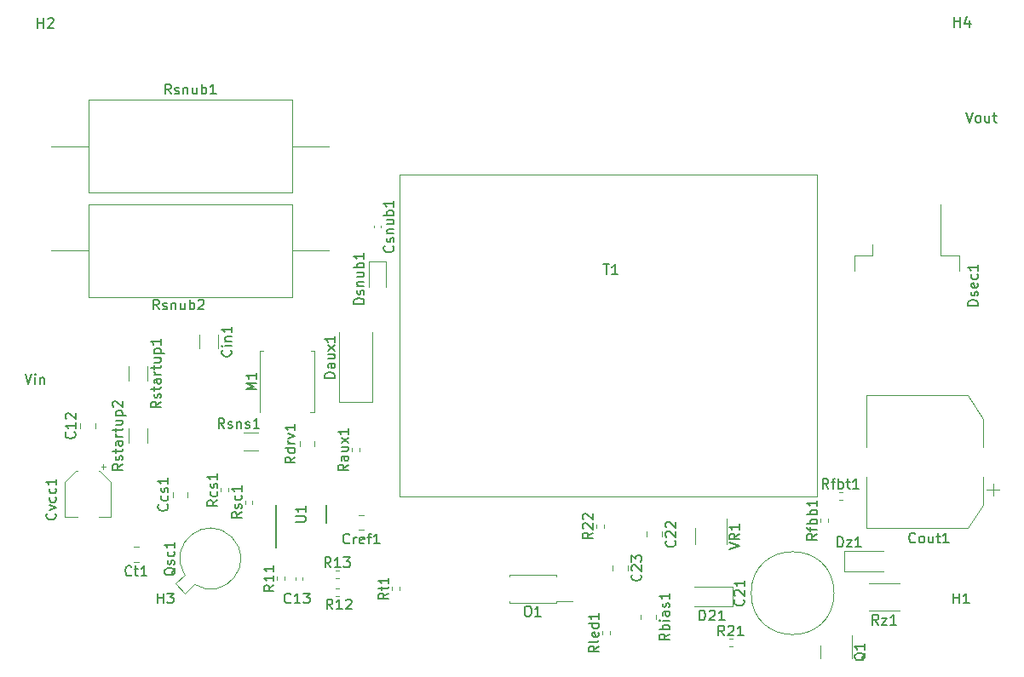
<source format=gbr>
%TF.GenerationSoftware,KiCad,Pcbnew,(6.0.9)*%
%TF.CreationDate,2023-06-16T09:03:50+03:00*%
%TF.ProjectId,pcb-design,7063622d-6465-4736-9967-6e2e6b696361,rev?*%
%TF.SameCoordinates,Original*%
%TF.FileFunction,Legend,Top*%
%TF.FilePolarity,Positive*%
%FSLAX46Y46*%
G04 Gerber Fmt 4.6, Leading zero omitted, Abs format (unit mm)*
G04 Created by KiCad (PCBNEW (6.0.9)) date 2023-06-16 09:03:50*
%MOMM*%
%LPD*%
G01*
G04 APERTURE LIST*
%ADD10C,0.150000*%
%ADD11C,0.120000*%
%ADD12C,0.200000*%
G04 APERTURE END LIST*
D10*
X68976190Y-83452380D02*
X69309523Y-84452380D01*
X69642857Y-83452380D01*
X69976190Y-84452380D02*
X69976190Y-83785714D01*
X69976190Y-83452380D02*
X69928571Y-83500000D01*
X69976190Y-83547619D01*
X70023809Y-83500000D01*
X69976190Y-83452380D01*
X69976190Y-83547619D01*
X70452380Y-83785714D02*
X70452380Y-84452380D01*
X70452380Y-83880952D02*
X70500000Y-83833333D01*
X70595238Y-83785714D01*
X70738095Y-83785714D01*
X70833333Y-83833333D01*
X70880952Y-83928571D01*
X70880952Y-84452380D01*
X162476190Y-57452380D02*
X162809523Y-58452380D01*
X163142857Y-57452380D01*
X163619047Y-58452380D02*
X163523809Y-58404761D01*
X163476190Y-58357142D01*
X163428571Y-58261904D01*
X163428571Y-57976190D01*
X163476190Y-57880952D01*
X163523809Y-57833333D01*
X163619047Y-57785714D01*
X163761904Y-57785714D01*
X163857142Y-57833333D01*
X163904761Y-57880952D01*
X163952380Y-57976190D01*
X163952380Y-58261904D01*
X163904761Y-58357142D01*
X163857142Y-58404761D01*
X163761904Y-58452380D01*
X163619047Y-58452380D01*
X164809523Y-57785714D02*
X164809523Y-58452380D01*
X164380952Y-57785714D02*
X164380952Y-58309523D01*
X164428571Y-58404761D01*
X164523809Y-58452380D01*
X164666666Y-58452380D01*
X164761904Y-58404761D01*
X164809523Y-58357142D01*
X165142857Y-57785714D02*
X165523809Y-57785714D01*
X165285714Y-57452380D02*
X165285714Y-58309523D01*
X165333333Y-58404761D01*
X165428571Y-58452380D01*
X165523809Y-58452380D01*
%TO.C,R13*%
X99352142Y-102682380D02*
X99018809Y-102206190D01*
X98780714Y-102682380D02*
X98780714Y-101682380D01*
X99161666Y-101682380D01*
X99256904Y-101730000D01*
X99304523Y-101777619D01*
X99352142Y-101872857D01*
X99352142Y-102015714D01*
X99304523Y-102110952D01*
X99256904Y-102158571D01*
X99161666Y-102206190D01*
X98780714Y-102206190D01*
X100304523Y-102682380D02*
X99733095Y-102682380D01*
X100018809Y-102682380D02*
X100018809Y-101682380D01*
X99923571Y-101825238D01*
X99828333Y-101920476D01*
X99733095Y-101968095D01*
X100637857Y-101682380D02*
X101256904Y-101682380D01*
X100923571Y-102063333D01*
X101066428Y-102063333D01*
X101161666Y-102110952D01*
X101209285Y-102158571D01*
X101256904Y-102253809D01*
X101256904Y-102491904D01*
X101209285Y-102587142D01*
X101161666Y-102634761D01*
X101066428Y-102682380D01*
X100780714Y-102682380D01*
X100685476Y-102634761D01*
X100637857Y-102587142D01*
%TO.C,Daux1*%
X99752380Y-83847619D02*
X98752380Y-83847619D01*
X98752380Y-83609523D01*
X98800000Y-83466666D01*
X98895238Y-83371428D01*
X98990476Y-83323809D01*
X99180952Y-83276190D01*
X99323809Y-83276190D01*
X99514285Y-83323809D01*
X99609523Y-83371428D01*
X99704761Y-83466666D01*
X99752380Y-83609523D01*
X99752380Y-83847619D01*
X99752380Y-82419047D02*
X99228571Y-82419047D01*
X99133333Y-82466666D01*
X99085714Y-82561904D01*
X99085714Y-82752380D01*
X99133333Y-82847619D01*
X99704761Y-82419047D02*
X99752380Y-82514285D01*
X99752380Y-82752380D01*
X99704761Y-82847619D01*
X99609523Y-82895238D01*
X99514285Y-82895238D01*
X99419047Y-82847619D01*
X99371428Y-82752380D01*
X99371428Y-82514285D01*
X99323809Y-82419047D01*
X99085714Y-81514285D02*
X99752380Y-81514285D01*
X99085714Y-81942857D02*
X99609523Y-81942857D01*
X99704761Y-81895238D01*
X99752380Y-81800000D01*
X99752380Y-81657142D01*
X99704761Y-81561904D01*
X99657142Y-81514285D01*
X99752380Y-81133333D02*
X99085714Y-80609523D01*
X99085714Y-81133333D02*
X99752380Y-80609523D01*
X99752380Y-79704761D02*
X99752380Y-80276190D01*
X99752380Y-79990476D02*
X98752380Y-79990476D01*
X98895238Y-80085714D01*
X98990476Y-80180952D01*
X99038095Y-80276190D01*
%TO.C,Rcs1*%
X88082380Y-96000000D02*
X87606190Y-96333333D01*
X88082380Y-96571428D02*
X87082380Y-96571428D01*
X87082380Y-96190476D01*
X87130000Y-96095238D01*
X87177619Y-96047619D01*
X87272857Y-96000000D01*
X87415714Y-96000000D01*
X87510952Y-96047619D01*
X87558571Y-96095238D01*
X87606190Y-96190476D01*
X87606190Y-96571428D01*
X88034761Y-95142857D02*
X88082380Y-95238095D01*
X88082380Y-95428571D01*
X88034761Y-95523809D01*
X87987142Y-95571428D01*
X87891904Y-95619047D01*
X87606190Y-95619047D01*
X87510952Y-95571428D01*
X87463333Y-95523809D01*
X87415714Y-95428571D01*
X87415714Y-95238095D01*
X87463333Y-95142857D01*
X88034761Y-94761904D02*
X88082380Y-94666666D01*
X88082380Y-94476190D01*
X88034761Y-94380952D01*
X87939523Y-94333333D01*
X87891904Y-94333333D01*
X87796666Y-94380952D01*
X87749047Y-94476190D01*
X87749047Y-94619047D01*
X87701428Y-94714285D01*
X87606190Y-94761904D01*
X87558571Y-94761904D01*
X87463333Y-94714285D01*
X87415714Y-94619047D01*
X87415714Y-94476190D01*
X87463333Y-94380952D01*
X88082380Y-93380952D02*
X88082380Y-93952380D01*
X88082380Y-93666666D02*
X87082380Y-93666666D01*
X87225238Y-93761904D01*
X87320476Y-93857142D01*
X87368095Y-93952380D01*
%TO.C,Rt1*%
X105082380Y-105252380D02*
X104606190Y-105585714D01*
X105082380Y-105823809D02*
X104082380Y-105823809D01*
X104082380Y-105442857D01*
X104130000Y-105347619D01*
X104177619Y-105300000D01*
X104272857Y-105252380D01*
X104415714Y-105252380D01*
X104510952Y-105300000D01*
X104558571Y-105347619D01*
X104606190Y-105442857D01*
X104606190Y-105823809D01*
X104415714Y-104966666D02*
X104415714Y-104585714D01*
X104082380Y-104823809D02*
X104939523Y-104823809D01*
X105034761Y-104776190D01*
X105082380Y-104680952D01*
X105082380Y-104585714D01*
X105082380Y-103728571D02*
X105082380Y-104300000D01*
X105082380Y-104014285D02*
X104082380Y-104014285D01*
X104225238Y-104109523D01*
X104320476Y-104204761D01*
X104368095Y-104300000D01*
%TO.C,Dsnub1*%
X102652380Y-76500000D02*
X101652380Y-76500000D01*
X101652380Y-76261904D01*
X101700000Y-76119047D01*
X101795238Y-76023809D01*
X101890476Y-75976190D01*
X102080952Y-75928571D01*
X102223809Y-75928571D01*
X102414285Y-75976190D01*
X102509523Y-76023809D01*
X102604761Y-76119047D01*
X102652380Y-76261904D01*
X102652380Y-76500000D01*
X102604761Y-75547619D02*
X102652380Y-75452380D01*
X102652380Y-75261904D01*
X102604761Y-75166666D01*
X102509523Y-75119047D01*
X102461904Y-75119047D01*
X102366666Y-75166666D01*
X102319047Y-75261904D01*
X102319047Y-75404761D01*
X102271428Y-75500000D01*
X102176190Y-75547619D01*
X102128571Y-75547619D01*
X102033333Y-75500000D01*
X101985714Y-75404761D01*
X101985714Y-75261904D01*
X102033333Y-75166666D01*
X101985714Y-74690476D02*
X102652380Y-74690476D01*
X102080952Y-74690476D02*
X102033333Y-74642857D01*
X101985714Y-74547619D01*
X101985714Y-74404761D01*
X102033333Y-74309523D01*
X102128571Y-74261904D01*
X102652380Y-74261904D01*
X101985714Y-73357142D02*
X102652380Y-73357142D01*
X101985714Y-73785714D02*
X102509523Y-73785714D01*
X102604761Y-73738095D01*
X102652380Y-73642857D01*
X102652380Y-73500000D01*
X102604761Y-73404761D01*
X102557142Y-73357142D01*
X102652380Y-72880952D02*
X101652380Y-72880952D01*
X102033333Y-72880952D02*
X101985714Y-72785714D01*
X101985714Y-72595238D01*
X102033333Y-72500000D01*
X102080952Y-72452380D01*
X102176190Y-72404761D01*
X102461904Y-72404761D01*
X102557142Y-72452380D01*
X102604761Y-72500000D01*
X102652380Y-72595238D01*
X102652380Y-72785714D01*
X102604761Y-72880952D01*
X102652380Y-71452380D02*
X102652380Y-72023809D01*
X102652380Y-71738095D02*
X101652380Y-71738095D01*
X101795238Y-71833333D01*
X101890476Y-71928571D01*
X101938095Y-72023809D01*
%TO.C,R21*%
X138457142Y-109482380D02*
X138123809Y-109006190D01*
X137885714Y-109482380D02*
X137885714Y-108482380D01*
X138266666Y-108482380D01*
X138361904Y-108530000D01*
X138409523Y-108577619D01*
X138457142Y-108672857D01*
X138457142Y-108815714D01*
X138409523Y-108910952D01*
X138361904Y-108958571D01*
X138266666Y-109006190D01*
X137885714Y-109006190D01*
X138838095Y-108577619D02*
X138885714Y-108530000D01*
X138980952Y-108482380D01*
X139219047Y-108482380D01*
X139314285Y-108530000D01*
X139361904Y-108577619D01*
X139409523Y-108672857D01*
X139409523Y-108768095D01*
X139361904Y-108910952D01*
X138790476Y-109482380D01*
X139409523Y-109482380D01*
X140361904Y-109482380D02*
X139790476Y-109482380D01*
X140076190Y-109482380D02*
X140076190Y-108482380D01*
X139980952Y-108625238D01*
X139885714Y-108720476D01*
X139790476Y-108768095D01*
%TO.C,Cref1*%
X101209523Y-100237142D02*
X101161904Y-100284761D01*
X101019047Y-100332380D01*
X100923809Y-100332380D01*
X100780952Y-100284761D01*
X100685714Y-100189523D01*
X100638095Y-100094285D01*
X100590476Y-99903809D01*
X100590476Y-99760952D01*
X100638095Y-99570476D01*
X100685714Y-99475238D01*
X100780952Y-99380000D01*
X100923809Y-99332380D01*
X101019047Y-99332380D01*
X101161904Y-99380000D01*
X101209523Y-99427619D01*
X101638095Y-100332380D02*
X101638095Y-99665714D01*
X101638095Y-99856190D02*
X101685714Y-99760952D01*
X101733333Y-99713333D01*
X101828571Y-99665714D01*
X101923809Y-99665714D01*
X102638095Y-100284761D02*
X102542857Y-100332380D01*
X102352380Y-100332380D01*
X102257142Y-100284761D01*
X102209523Y-100189523D01*
X102209523Y-99808571D01*
X102257142Y-99713333D01*
X102352380Y-99665714D01*
X102542857Y-99665714D01*
X102638095Y-99713333D01*
X102685714Y-99808571D01*
X102685714Y-99903809D01*
X102209523Y-99999047D01*
X102971428Y-99665714D02*
X103352380Y-99665714D01*
X103114285Y-100332380D02*
X103114285Y-99475238D01*
X103161904Y-99380000D01*
X103257142Y-99332380D01*
X103352380Y-99332380D01*
X104209523Y-100332380D02*
X103638095Y-100332380D01*
X103923809Y-100332380D02*
X103923809Y-99332380D01*
X103828571Y-99475238D01*
X103733333Y-99570476D01*
X103638095Y-99618095D01*
%TO.C,Cvcc1*%
X71957142Y-97336979D02*
X72004761Y-97384598D01*
X72052380Y-97527456D01*
X72052380Y-97622694D01*
X72004761Y-97765551D01*
X71909523Y-97860789D01*
X71814285Y-97908408D01*
X71623809Y-97956027D01*
X71480952Y-97956027D01*
X71290476Y-97908408D01*
X71195238Y-97860789D01*
X71100000Y-97765551D01*
X71052380Y-97622694D01*
X71052380Y-97527456D01*
X71100000Y-97384598D01*
X71147619Y-97336979D01*
X71385714Y-97003646D02*
X72052380Y-96765551D01*
X71385714Y-96527456D01*
X72004761Y-95717932D02*
X72052380Y-95813170D01*
X72052380Y-96003646D01*
X72004761Y-96098884D01*
X71957142Y-96146503D01*
X71861904Y-96194122D01*
X71576190Y-96194122D01*
X71480952Y-96146503D01*
X71433333Y-96098884D01*
X71385714Y-96003646D01*
X71385714Y-95813170D01*
X71433333Y-95717932D01*
X72004761Y-94860789D02*
X72052380Y-94956027D01*
X72052380Y-95146503D01*
X72004761Y-95241741D01*
X71957142Y-95289360D01*
X71861904Y-95336979D01*
X71576190Y-95336979D01*
X71480952Y-95289360D01*
X71433333Y-95241741D01*
X71385714Y-95146503D01*
X71385714Y-94956027D01*
X71433333Y-94860789D01*
X72052380Y-93908408D02*
X72052380Y-94479837D01*
X72052380Y-94194122D02*
X71052380Y-94194122D01*
X71195238Y-94289360D01*
X71290476Y-94384598D01*
X71338095Y-94479837D01*
%TO.C,Rled1*%
X125982380Y-110509523D02*
X125506190Y-110842857D01*
X125982380Y-111080952D02*
X124982380Y-111080952D01*
X124982380Y-110700000D01*
X125030000Y-110604761D01*
X125077619Y-110557142D01*
X125172857Y-110509523D01*
X125315714Y-110509523D01*
X125410952Y-110557142D01*
X125458571Y-110604761D01*
X125506190Y-110700000D01*
X125506190Y-111080952D01*
X125982380Y-109938095D02*
X125934761Y-110033333D01*
X125839523Y-110080952D01*
X124982380Y-110080952D01*
X125934761Y-109176190D02*
X125982380Y-109271428D01*
X125982380Y-109461904D01*
X125934761Y-109557142D01*
X125839523Y-109604761D01*
X125458571Y-109604761D01*
X125363333Y-109557142D01*
X125315714Y-109461904D01*
X125315714Y-109271428D01*
X125363333Y-109176190D01*
X125458571Y-109128571D01*
X125553809Y-109128571D01*
X125649047Y-109604761D01*
X125982380Y-108271428D02*
X124982380Y-108271428D01*
X125934761Y-108271428D02*
X125982380Y-108366666D01*
X125982380Y-108557142D01*
X125934761Y-108652380D01*
X125887142Y-108700000D01*
X125791904Y-108747619D01*
X125506190Y-108747619D01*
X125410952Y-108700000D01*
X125363333Y-108652380D01*
X125315714Y-108557142D01*
X125315714Y-108366666D01*
X125363333Y-108271428D01*
X125982380Y-107271428D02*
X125982380Y-107842857D01*
X125982380Y-107557142D02*
X124982380Y-107557142D01*
X125125238Y-107652380D01*
X125220476Y-107747619D01*
X125268095Y-107842857D01*
%TO.C,Rsnub1*%
X83466428Y-55632380D02*
X83133095Y-55156190D01*
X82895000Y-55632380D02*
X82895000Y-54632380D01*
X83275952Y-54632380D01*
X83371190Y-54680000D01*
X83418809Y-54727619D01*
X83466428Y-54822857D01*
X83466428Y-54965714D01*
X83418809Y-55060952D01*
X83371190Y-55108571D01*
X83275952Y-55156190D01*
X82895000Y-55156190D01*
X83847380Y-55584761D02*
X83942619Y-55632380D01*
X84133095Y-55632380D01*
X84228333Y-55584761D01*
X84275952Y-55489523D01*
X84275952Y-55441904D01*
X84228333Y-55346666D01*
X84133095Y-55299047D01*
X83990238Y-55299047D01*
X83895000Y-55251428D01*
X83847380Y-55156190D01*
X83847380Y-55108571D01*
X83895000Y-55013333D01*
X83990238Y-54965714D01*
X84133095Y-54965714D01*
X84228333Y-55013333D01*
X84704523Y-54965714D02*
X84704523Y-55632380D01*
X84704523Y-55060952D02*
X84752142Y-55013333D01*
X84847380Y-54965714D01*
X84990238Y-54965714D01*
X85085476Y-55013333D01*
X85133095Y-55108571D01*
X85133095Y-55632380D01*
X86037857Y-54965714D02*
X86037857Y-55632380D01*
X85609285Y-54965714D02*
X85609285Y-55489523D01*
X85656904Y-55584761D01*
X85752142Y-55632380D01*
X85895000Y-55632380D01*
X85990238Y-55584761D01*
X86037857Y-55537142D01*
X86514047Y-55632380D02*
X86514047Y-54632380D01*
X86514047Y-55013333D02*
X86609285Y-54965714D01*
X86799761Y-54965714D01*
X86895000Y-55013333D01*
X86942619Y-55060952D01*
X86990238Y-55156190D01*
X86990238Y-55441904D01*
X86942619Y-55537142D01*
X86895000Y-55584761D01*
X86799761Y-55632380D01*
X86609285Y-55632380D01*
X86514047Y-55584761D01*
X87942619Y-55632380D02*
X87371190Y-55632380D01*
X87656904Y-55632380D02*
X87656904Y-54632380D01*
X87561666Y-54775238D01*
X87466428Y-54870476D01*
X87371190Y-54918095D01*
%TO.C,Rstartup1*%
X82472380Y-86209523D02*
X81996190Y-86542857D01*
X82472380Y-86780952D02*
X81472380Y-86780952D01*
X81472380Y-86400000D01*
X81520000Y-86304761D01*
X81567619Y-86257142D01*
X81662857Y-86209523D01*
X81805714Y-86209523D01*
X81900952Y-86257142D01*
X81948571Y-86304761D01*
X81996190Y-86400000D01*
X81996190Y-86780952D01*
X82424761Y-85828571D02*
X82472380Y-85733333D01*
X82472380Y-85542857D01*
X82424761Y-85447619D01*
X82329523Y-85400000D01*
X82281904Y-85400000D01*
X82186666Y-85447619D01*
X82139047Y-85542857D01*
X82139047Y-85685714D01*
X82091428Y-85780952D01*
X81996190Y-85828571D01*
X81948571Y-85828571D01*
X81853333Y-85780952D01*
X81805714Y-85685714D01*
X81805714Y-85542857D01*
X81853333Y-85447619D01*
X81805714Y-85114285D02*
X81805714Y-84733333D01*
X81472380Y-84971428D02*
X82329523Y-84971428D01*
X82424761Y-84923809D01*
X82472380Y-84828571D01*
X82472380Y-84733333D01*
X82472380Y-83971428D02*
X81948571Y-83971428D01*
X81853333Y-84019047D01*
X81805714Y-84114285D01*
X81805714Y-84304761D01*
X81853333Y-84400000D01*
X82424761Y-83971428D02*
X82472380Y-84066666D01*
X82472380Y-84304761D01*
X82424761Y-84400000D01*
X82329523Y-84447619D01*
X82234285Y-84447619D01*
X82139047Y-84400000D01*
X82091428Y-84304761D01*
X82091428Y-84066666D01*
X82043809Y-83971428D01*
X82472380Y-83495238D02*
X81805714Y-83495238D01*
X81996190Y-83495238D02*
X81900952Y-83447619D01*
X81853333Y-83400000D01*
X81805714Y-83304761D01*
X81805714Y-83209523D01*
X81805714Y-83019047D02*
X81805714Y-82638095D01*
X81472380Y-82876190D02*
X82329523Y-82876190D01*
X82424761Y-82828571D01*
X82472380Y-82733333D01*
X82472380Y-82638095D01*
X81805714Y-81876190D02*
X82472380Y-81876190D01*
X81805714Y-82304761D02*
X82329523Y-82304761D01*
X82424761Y-82257142D01*
X82472380Y-82161904D01*
X82472380Y-82019047D01*
X82424761Y-81923809D01*
X82377142Y-81876190D01*
X81805714Y-81400000D02*
X82805714Y-81400000D01*
X81853333Y-81400000D02*
X81805714Y-81304761D01*
X81805714Y-81114285D01*
X81853333Y-81019047D01*
X81900952Y-80971428D01*
X81996190Y-80923809D01*
X82281904Y-80923809D01*
X82377142Y-80971428D01*
X82424761Y-81019047D01*
X82472380Y-81114285D01*
X82472380Y-81304761D01*
X82424761Y-81400000D01*
X82472380Y-79971428D02*
X82472380Y-80542857D01*
X82472380Y-80257142D02*
X81472380Y-80257142D01*
X81615238Y-80352380D01*
X81710476Y-80447619D01*
X81758095Y-80542857D01*
%TO.C,C23*%
X130137142Y-103405357D02*
X130184761Y-103452976D01*
X130232380Y-103595833D01*
X130232380Y-103691071D01*
X130184761Y-103833928D01*
X130089523Y-103929166D01*
X129994285Y-103976785D01*
X129803809Y-104024404D01*
X129660952Y-104024404D01*
X129470476Y-103976785D01*
X129375238Y-103929166D01*
X129280000Y-103833928D01*
X129232380Y-103691071D01*
X129232380Y-103595833D01*
X129280000Y-103452976D01*
X129327619Y-103405357D01*
X129327619Y-103024404D02*
X129280000Y-102976785D01*
X129232380Y-102881547D01*
X129232380Y-102643452D01*
X129280000Y-102548214D01*
X129327619Y-102500595D01*
X129422857Y-102452976D01*
X129518095Y-102452976D01*
X129660952Y-102500595D01*
X130232380Y-103072023D01*
X130232380Y-102452976D01*
X129232380Y-102119642D02*
X129232380Y-101500595D01*
X129613333Y-101833928D01*
X129613333Y-101691071D01*
X129660952Y-101595833D01*
X129708571Y-101548214D01*
X129803809Y-101500595D01*
X130041904Y-101500595D01*
X130137142Y-101548214D01*
X130184761Y-101595833D01*
X130232380Y-101691071D01*
X130232380Y-101976785D01*
X130184761Y-102072023D01*
X130137142Y-102119642D01*
%TO.C,Rsns1*%
X88771428Y-88852380D02*
X88438095Y-88376190D01*
X88200000Y-88852380D02*
X88200000Y-87852380D01*
X88580952Y-87852380D01*
X88676190Y-87900000D01*
X88723809Y-87947619D01*
X88771428Y-88042857D01*
X88771428Y-88185714D01*
X88723809Y-88280952D01*
X88676190Y-88328571D01*
X88580952Y-88376190D01*
X88200000Y-88376190D01*
X89152380Y-88804761D02*
X89247619Y-88852380D01*
X89438095Y-88852380D01*
X89533333Y-88804761D01*
X89580952Y-88709523D01*
X89580952Y-88661904D01*
X89533333Y-88566666D01*
X89438095Y-88519047D01*
X89295238Y-88519047D01*
X89200000Y-88471428D01*
X89152380Y-88376190D01*
X89152380Y-88328571D01*
X89200000Y-88233333D01*
X89295238Y-88185714D01*
X89438095Y-88185714D01*
X89533333Y-88233333D01*
X90009523Y-88185714D02*
X90009523Y-88852380D01*
X90009523Y-88280952D02*
X90057142Y-88233333D01*
X90152380Y-88185714D01*
X90295238Y-88185714D01*
X90390476Y-88233333D01*
X90438095Y-88328571D01*
X90438095Y-88852380D01*
X90866666Y-88804761D02*
X90961904Y-88852380D01*
X91152380Y-88852380D01*
X91247619Y-88804761D01*
X91295238Y-88709523D01*
X91295238Y-88661904D01*
X91247619Y-88566666D01*
X91152380Y-88519047D01*
X91009523Y-88519047D01*
X90914285Y-88471428D01*
X90866666Y-88376190D01*
X90866666Y-88328571D01*
X90914285Y-88233333D01*
X91009523Y-88185714D01*
X91152380Y-88185714D01*
X91247619Y-88233333D01*
X92247619Y-88852380D02*
X91676190Y-88852380D01*
X91961904Y-88852380D02*
X91961904Y-87852380D01*
X91866666Y-87995238D01*
X91771428Y-88090476D01*
X91676190Y-88138095D01*
%TO.C,C21*%
X140357142Y-105892857D02*
X140404761Y-105940476D01*
X140452380Y-106083333D01*
X140452380Y-106178571D01*
X140404761Y-106321428D01*
X140309523Y-106416666D01*
X140214285Y-106464285D01*
X140023809Y-106511904D01*
X139880952Y-106511904D01*
X139690476Y-106464285D01*
X139595238Y-106416666D01*
X139500000Y-106321428D01*
X139452380Y-106178571D01*
X139452380Y-106083333D01*
X139500000Y-105940476D01*
X139547619Y-105892857D01*
X139547619Y-105511904D02*
X139500000Y-105464285D01*
X139452380Y-105369047D01*
X139452380Y-105130952D01*
X139500000Y-105035714D01*
X139547619Y-104988095D01*
X139642857Y-104940476D01*
X139738095Y-104940476D01*
X139880952Y-104988095D01*
X140452380Y-105559523D01*
X140452380Y-104940476D01*
X140452380Y-103988095D02*
X140452380Y-104559523D01*
X140452380Y-104273809D02*
X139452380Y-104273809D01*
X139595238Y-104369047D01*
X139690476Y-104464285D01*
X139738095Y-104559523D01*
%TO.C,Rbias1*%
X133002380Y-109314285D02*
X132526190Y-109647619D01*
X133002380Y-109885714D02*
X132002380Y-109885714D01*
X132002380Y-109504761D01*
X132050000Y-109409523D01*
X132097619Y-109361904D01*
X132192857Y-109314285D01*
X132335714Y-109314285D01*
X132430952Y-109361904D01*
X132478571Y-109409523D01*
X132526190Y-109504761D01*
X132526190Y-109885714D01*
X133002380Y-108885714D02*
X132002380Y-108885714D01*
X132383333Y-108885714D02*
X132335714Y-108790476D01*
X132335714Y-108600000D01*
X132383333Y-108504761D01*
X132430952Y-108457142D01*
X132526190Y-108409523D01*
X132811904Y-108409523D01*
X132907142Y-108457142D01*
X132954761Y-108504761D01*
X133002380Y-108600000D01*
X133002380Y-108790476D01*
X132954761Y-108885714D01*
X133002380Y-107980952D02*
X132335714Y-107980952D01*
X132002380Y-107980952D02*
X132050000Y-108028571D01*
X132097619Y-107980952D01*
X132050000Y-107933333D01*
X132002380Y-107980952D01*
X132097619Y-107980952D01*
X133002380Y-107076190D02*
X132478571Y-107076190D01*
X132383333Y-107123809D01*
X132335714Y-107219047D01*
X132335714Y-107409523D01*
X132383333Y-107504761D01*
X132954761Y-107076190D02*
X133002380Y-107171428D01*
X133002380Y-107409523D01*
X132954761Y-107504761D01*
X132859523Y-107552380D01*
X132764285Y-107552380D01*
X132669047Y-107504761D01*
X132621428Y-107409523D01*
X132621428Y-107171428D01*
X132573809Y-107076190D01*
X132954761Y-106647619D02*
X133002380Y-106552380D01*
X133002380Y-106361904D01*
X132954761Y-106266666D01*
X132859523Y-106219047D01*
X132811904Y-106219047D01*
X132716666Y-106266666D01*
X132669047Y-106361904D01*
X132669047Y-106504761D01*
X132621428Y-106600000D01*
X132526190Y-106647619D01*
X132478571Y-106647619D01*
X132383333Y-106600000D01*
X132335714Y-106504761D01*
X132335714Y-106361904D01*
X132383333Y-106266666D01*
X133002380Y-105266666D02*
X133002380Y-105838095D01*
X133002380Y-105552380D02*
X132002380Y-105552380D01*
X132145238Y-105647619D01*
X132240476Y-105742857D01*
X132288095Y-105838095D01*
%TO.C,U1*%
X95852380Y-98161904D02*
X96661904Y-98161904D01*
X96757142Y-98114285D01*
X96804761Y-98066666D01*
X96852380Y-97971428D01*
X96852380Y-97780952D01*
X96804761Y-97685714D01*
X96757142Y-97638095D01*
X96661904Y-97590476D01*
X95852380Y-97590476D01*
X96852380Y-96590476D02*
X96852380Y-97161904D01*
X96852380Y-96876190D02*
X95852380Y-96876190D01*
X95995238Y-96971428D01*
X96090476Y-97066666D01*
X96138095Y-97161904D01*
%TO.C,D21*%
X136012714Y-107957380D02*
X136012714Y-106957380D01*
X136250809Y-106957380D01*
X136393666Y-107005000D01*
X136488904Y-107100238D01*
X136536523Y-107195476D01*
X136584142Y-107385952D01*
X136584142Y-107528809D01*
X136536523Y-107719285D01*
X136488904Y-107814523D01*
X136393666Y-107909761D01*
X136250809Y-107957380D01*
X136012714Y-107957380D01*
X136965095Y-107052619D02*
X137012714Y-107005000D01*
X137107952Y-106957380D01*
X137346047Y-106957380D01*
X137441285Y-107005000D01*
X137488904Y-107052619D01*
X137536523Y-107147857D01*
X137536523Y-107243095D01*
X137488904Y-107385952D01*
X136917476Y-107957380D01*
X137536523Y-107957380D01*
X138488904Y-107957380D02*
X137917476Y-107957380D01*
X138203190Y-107957380D02*
X138203190Y-106957380D01*
X138107952Y-107100238D01*
X138012714Y-107195476D01*
X137917476Y-107243095D01*
%TO.C,Q1*%
X152497619Y-111195238D02*
X152450000Y-111290476D01*
X152354761Y-111385714D01*
X152211904Y-111528571D01*
X152164285Y-111623809D01*
X152164285Y-111719047D01*
X152402380Y-111671428D02*
X152354761Y-111766666D01*
X152259523Y-111861904D01*
X152069047Y-111909523D01*
X151735714Y-111909523D01*
X151545238Y-111861904D01*
X151450000Y-111766666D01*
X151402380Y-111671428D01*
X151402380Y-111480952D01*
X151450000Y-111385714D01*
X151545238Y-111290476D01*
X151735714Y-111242857D01*
X152069047Y-111242857D01*
X152259523Y-111290476D01*
X152354761Y-111385714D01*
X152402380Y-111480952D01*
X152402380Y-111671428D01*
X152402380Y-110290476D02*
X152402380Y-110861904D01*
X152402380Y-110576190D02*
X151402380Y-110576190D01*
X151545238Y-110671428D01*
X151640476Y-110766666D01*
X151688095Y-110861904D01*
%TO.C,R11*%
X93682380Y-104442857D02*
X93206190Y-104776190D01*
X93682380Y-105014285D02*
X92682380Y-105014285D01*
X92682380Y-104633333D01*
X92730000Y-104538095D01*
X92777619Y-104490476D01*
X92872857Y-104442857D01*
X93015714Y-104442857D01*
X93110952Y-104490476D01*
X93158571Y-104538095D01*
X93206190Y-104633333D01*
X93206190Y-105014285D01*
X93682380Y-103490476D02*
X93682380Y-104061904D01*
X93682380Y-103776190D02*
X92682380Y-103776190D01*
X92825238Y-103871428D01*
X92920476Y-103966666D01*
X92968095Y-104061904D01*
X93682380Y-102538095D02*
X93682380Y-103109523D01*
X93682380Y-102823809D02*
X92682380Y-102823809D01*
X92825238Y-102919047D01*
X92920476Y-103014285D01*
X92968095Y-103109523D01*
%TO.C,H2*%
X70238095Y-49052380D02*
X70238095Y-48052380D01*
X70238095Y-48528571D02*
X70809523Y-48528571D01*
X70809523Y-49052380D02*
X70809523Y-48052380D01*
X71238095Y-48147619D02*
X71285714Y-48100000D01*
X71380952Y-48052380D01*
X71619047Y-48052380D01*
X71714285Y-48100000D01*
X71761904Y-48147619D01*
X71809523Y-48242857D01*
X71809523Y-48338095D01*
X71761904Y-48480952D01*
X71190476Y-49052380D01*
X71809523Y-49052380D01*
%TO.C,T1*%
X126438095Y-72552380D02*
X127009523Y-72552380D01*
X126723809Y-73552380D02*
X126723809Y-72552380D01*
X127866666Y-73552380D02*
X127295238Y-73552380D01*
X127580952Y-73552380D02*
X127580952Y-72552380D01*
X127485714Y-72695238D01*
X127390476Y-72790476D01*
X127295238Y-72838095D01*
%TO.C,VR1*%
X138952380Y-100909523D02*
X139952380Y-100576190D01*
X138952380Y-100242857D01*
X139952380Y-99338095D02*
X139476190Y-99671428D01*
X139952380Y-99909523D02*
X138952380Y-99909523D01*
X138952380Y-99528571D01*
X139000000Y-99433333D01*
X139047619Y-99385714D01*
X139142857Y-99338095D01*
X139285714Y-99338095D01*
X139380952Y-99385714D01*
X139428571Y-99433333D01*
X139476190Y-99528571D01*
X139476190Y-99909523D01*
X139952380Y-98385714D02*
X139952380Y-98957142D01*
X139952380Y-98671428D02*
X138952380Y-98671428D01*
X139095238Y-98766666D01*
X139190476Y-98861904D01*
X139238095Y-98957142D01*
%TO.C,Rsnub2*%
X82271428Y-77052380D02*
X81938095Y-76576190D01*
X81700000Y-77052380D02*
X81700000Y-76052380D01*
X82080952Y-76052380D01*
X82176190Y-76100000D01*
X82223809Y-76147619D01*
X82271428Y-76242857D01*
X82271428Y-76385714D01*
X82223809Y-76480952D01*
X82176190Y-76528571D01*
X82080952Y-76576190D01*
X81700000Y-76576190D01*
X82652380Y-77004761D02*
X82747619Y-77052380D01*
X82938095Y-77052380D01*
X83033333Y-77004761D01*
X83080952Y-76909523D01*
X83080952Y-76861904D01*
X83033333Y-76766666D01*
X82938095Y-76719047D01*
X82795238Y-76719047D01*
X82700000Y-76671428D01*
X82652380Y-76576190D01*
X82652380Y-76528571D01*
X82700000Y-76433333D01*
X82795238Y-76385714D01*
X82938095Y-76385714D01*
X83033333Y-76433333D01*
X83509523Y-76385714D02*
X83509523Y-77052380D01*
X83509523Y-76480952D02*
X83557142Y-76433333D01*
X83652380Y-76385714D01*
X83795238Y-76385714D01*
X83890476Y-76433333D01*
X83938095Y-76528571D01*
X83938095Y-77052380D01*
X84842857Y-76385714D02*
X84842857Y-77052380D01*
X84414285Y-76385714D02*
X84414285Y-76909523D01*
X84461904Y-77004761D01*
X84557142Y-77052380D01*
X84700000Y-77052380D01*
X84795238Y-77004761D01*
X84842857Y-76957142D01*
X85319047Y-77052380D02*
X85319047Y-76052380D01*
X85319047Y-76433333D02*
X85414285Y-76385714D01*
X85604761Y-76385714D01*
X85700000Y-76433333D01*
X85747619Y-76480952D01*
X85795238Y-76576190D01*
X85795238Y-76861904D01*
X85747619Y-76957142D01*
X85700000Y-77004761D01*
X85604761Y-77052380D01*
X85414285Y-77052380D01*
X85319047Y-77004761D01*
X86176190Y-76147619D02*
X86223809Y-76100000D01*
X86319047Y-76052380D01*
X86557142Y-76052380D01*
X86652380Y-76100000D01*
X86700000Y-76147619D01*
X86747619Y-76242857D01*
X86747619Y-76338095D01*
X86700000Y-76480952D01*
X86128571Y-77052380D01*
X86747619Y-77052380D01*
%TO.C,H4*%
X161338095Y-48952380D02*
X161338095Y-47952380D01*
X161338095Y-48428571D02*
X161909523Y-48428571D01*
X161909523Y-48952380D02*
X161909523Y-47952380D01*
X162814285Y-48285714D02*
X162814285Y-48952380D01*
X162576190Y-47904761D02*
X162338095Y-48619047D01*
X162957142Y-48619047D01*
%TO.C,C12*%
X73877142Y-89242857D02*
X73924761Y-89290476D01*
X73972380Y-89433333D01*
X73972380Y-89528571D01*
X73924761Y-89671428D01*
X73829523Y-89766666D01*
X73734285Y-89814285D01*
X73543809Y-89861904D01*
X73400952Y-89861904D01*
X73210476Y-89814285D01*
X73115238Y-89766666D01*
X73020000Y-89671428D01*
X72972380Y-89528571D01*
X72972380Y-89433333D01*
X73020000Y-89290476D01*
X73067619Y-89242857D01*
X73972380Y-88290476D02*
X73972380Y-88861904D01*
X73972380Y-88576190D02*
X72972380Y-88576190D01*
X73115238Y-88671428D01*
X73210476Y-88766666D01*
X73258095Y-88861904D01*
X73067619Y-87909523D02*
X73020000Y-87861904D01*
X72972380Y-87766666D01*
X72972380Y-87528571D01*
X73020000Y-87433333D01*
X73067619Y-87385714D01*
X73162857Y-87338095D01*
X73258095Y-87338095D01*
X73400952Y-87385714D01*
X73972380Y-87957142D01*
X73972380Y-87338095D01*
%TO.C,C22*%
X133537142Y-100042857D02*
X133584761Y-100090476D01*
X133632380Y-100233333D01*
X133632380Y-100328571D01*
X133584761Y-100471428D01*
X133489523Y-100566666D01*
X133394285Y-100614285D01*
X133203809Y-100661904D01*
X133060952Y-100661904D01*
X132870476Y-100614285D01*
X132775238Y-100566666D01*
X132680000Y-100471428D01*
X132632380Y-100328571D01*
X132632380Y-100233333D01*
X132680000Y-100090476D01*
X132727619Y-100042857D01*
X132727619Y-99661904D02*
X132680000Y-99614285D01*
X132632380Y-99519047D01*
X132632380Y-99280952D01*
X132680000Y-99185714D01*
X132727619Y-99138095D01*
X132822857Y-99090476D01*
X132918095Y-99090476D01*
X133060952Y-99138095D01*
X133632380Y-99709523D01*
X133632380Y-99090476D01*
X132727619Y-98709523D02*
X132680000Y-98661904D01*
X132632380Y-98566666D01*
X132632380Y-98328571D01*
X132680000Y-98233333D01*
X132727619Y-98185714D01*
X132822857Y-98138095D01*
X132918095Y-98138095D01*
X133060952Y-98185714D01*
X133632380Y-98757142D01*
X133632380Y-98138095D01*
%TO.C,Cout1*%
X157442857Y-100157142D02*
X157395238Y-100204761D01*
X157252380Y-100252380D01*
X157157142Y-100252380D01*
X157014285Y-100204761D01*
X156919047Y-100109523D01*
X156871428Y-100014285D01*
X156823809Y-99823809D01*
X156823809Y-99680952D01*
X156871428Y-99490476D01*
X156919047Y-99395238D01*
X157014285Y-99300000D01*
X157157142Y-99252380D01*
X157252380Y-99252380D01*
X157395238Y-99300000D01*
X157442857Y-99347619D01*
X158014285Y-100252380D02*
X157919047Y-100204761D01*
X157871428Y-100157142D01*
X157823809Y-100061904D01*
X157823809Y-99776190D01*
X157871428Y-99680952D01*
X157919047Y-99633333D01*
X158014285Y-99585714D01*
X158157142Y-99585714D01*
X158252380Y-99633333D01*
X158300000Y-99680952D01*
X158347619Y-99776190D01*
X158347619Y-100061904D01*
X158300000Y-100157142D01*
X158252380Y-100204761D01*
X158157142Y-100252380D01*
X158014285Y-100252380D01*
X159204761Y-99585714D02*
X159204761Y-100252380D01*
X158776190Y-99585714D02*
X158776190Y-100109523D01*
X158823809Y-100204761D01*
X158919047Y-100252380D01*
X159061904Y-100252380D01*
X159157142Y-100204761D01*
X159204761Y-100157142D01*
X159538095Y-99585714D02*
X159919047Y-99585714D01*
X159680952Y-99252380D02*
X159680952Y-100109523D01*
X159728571Y-100204761D01*
X159823809Y-100252380D01*
X159919047Y-100252380D01*
X160776190Y-100252380D02*
X160204761Y-100252380D01*
X160490476Y-100252380D02*
X160490476Y-99252380D01*
X160395238Y-99395238D01*
X160300000Y-99490476D01*
X160204761Y-99538095D01*
%TO.C,H3*%
X82138095Y-106252380D02*
X82138095Y-105252380D01*
X82138095Y-105728571D02*
X82709523Y-105728571D01*
X82709523Y-106252380D02*
X82709523Y-105252380D01*
X83090476Y-105252380D02*
X83709523Y-105252380D01*
X83376190Y-105633333D01*
X83519047Y-105633333D01*
X83614285Y-105680952D01*
X83661904Y-105728571D01*
X83709523Y-105823809D01*
X83709523Y-106061904D01*
X83661904Y-106157142D01*
X83614285Y-106204761D01*
X83519047Y-106252380D01*
X83233333Y-106252380D01*
X83138095Y-106204761D01*
X83090476Y-106157142D01*
%TO.C,R22*%
X125382380Y-99242857D02*
X124906190Y-99576190D01*
X125382380Y-99814285D02*
X124382380Y-99814285D01*
X124382380Y-99433333D01*
X124430000Y-99338095D01*
X124477619Y-99290476D01*
X124572857Y-99242857D01*
X124715714Y-99242857D01*
X124810952Y-99290476D01*
X124858571Y-99338095D01*
X124906190Y-99433333D01*
X124906190Y-99814285D01*
X124477619Y-98861904D02*
X124430000Y-98814285D01*
X124382380Y-98719047D01*
X124382380Y-98480952D01*
X124430000Y-98385714D01*
X124477619Y-98338095D01*
X124572857Y-98290476D01*
X124668095Y-98290476D01*
X124810952Y-98338095D01*
X125382380Y-98909523D01*
X125382380Y-98290476D01*
X124477619Y-97909523D02*
X124430000Y-97861904D01*
X124382380Y-97766666D01*
X124382380Y-97528571D01*
X124430000Y-97433333D01*
X124477619Y-97385714D01*
X124572857Y-97338095D01*
X124668095Y-97338095D01*
X124810952Y-97385714D01*
X125382380Y-97957142D01*
X125382380Y-97338095D01*
%TO.C,Raux1*%
X101082380Y-92476190D02*
X100606190Y-92809523D01*
X101082380Y-93047619D02*
X100082380Y-93047619D01*
X100082380Y-92666666D01*
X100130000Y-92571428D01*
X100177619Y-92523809D01*
X100272857Y-92476190D01*
X100415714Y-92476190D01*
X100510952Y-92523809D01*
X100558571Y-92571428D01*
X100606190Y-92666666D01*
X100606190Y-93047619D01*
X101082380Y-91619047D02*
X100558571Y-91619047D01*
X100463333Y-91666666D01*
X100415714Y-91761904D01*
X100415714Y-91952380D01*
X100463333Y-92047619D01*
X101034761Y-91619047D02*
X101082380Y-91714285D01*
X101082380Y-91952380D01*
X101034761Y-92047619D01*
X100939523Y-92095238D01*
X100844285Y-92095238D01*
X100749047Y-92047619D01*
X100701428Y-91952380D01*
X100701428Y-91714285D01*
X100653809Y-91619047D01*
X100415714Y-90714285D02*
X101082380Y-90714285D01*
X100415714Y-91142857D02*
X100939523Y-91142857D01*
X101034761Y-91095238D01*
X101082380Y-91000000D01*
X101082380Y-90857142D01*
X101034761Y-90761904D01*
X100987142Y-90714285D01*
X101082380Y-90333333D02*
X100415714Y-89809523D01*
X100415714Y-90333333D02*
X101082380Y-89809523D01*
X101082380Y-88904761D02*
X101082380Y-89476190D01*
X101082380Y-89190476D02*
X100082380Y-89190476D01*
X100225238Y-89285714D01*
X100320476Y-89380952D01*
X100368095Y-89476190D01*
%TO.C,Qsc1*%
X83912344Y-102743847D02*
X83864725Y-102839085D01*
X83769486Y-102934323D01*
X83626629Y-103077180D01*
X83579010Y-103172418D01*
X83579010Y-103267656D01*
X83817105Y-103220037D02*
X83769486Y-103315276D01*
X83674248Y-103410514D01*
X83483772Y-103458133D01*
X83150439Y-103458133D01*
X82959963Y-103410514D01*
X82864725Y-103315276D01*
X82817105Y-103220037D01*
X82817105Y-103029561D01*
X82864725Y-102934323D01*
X82959963Y-102839085D01*
X83150439Y-102791466D01*
X83483772Y-102791466D01*
X83674248Y-102839085D01*
X83769486Y-102934323D01*
X83817105Y-103029561D01*
X83817105Y-103220037D01*
X83769486Y-102410514D02*
X83817105Y-102315276D01*
X83817105Y-102124799D01*
X83769486Y-102029561D01*
X83674248Y-101981942D01*
X83626629Y-101981942D01*
X83531391Y-102029561D01*
X83483772Y-102124799D01*
X83483772Y-102267656D01*
X83436153Y-102362895D01*
X83340915Y-102410514D01*
X83293296Y-102410514D01*
X83198058Y-102362895D01*
X83150439Y-102267656D01*
X83150439Y-102124799D01*
X83198058Y-102029561D01*
X83769486Y-101124799D02*
X83817105Y-101220037D01*
X83817105Y-101410514D01*
X83769486Y-101505752D01*
X83721867Y-101553371D01*
X83626629Y-101600990D01*
X83340915Y-101600990D01*
X83245677Y-101553371D01*
X83198058Y-101505752D01*
X83150439Y-101410514D01*
X83150439Y-101220037D01*
X83198058Y-101124799D01*
X83817105Y-100172418D02*
X83817105Y-100743847D01*
X83817105Y-100458133D02*
X82817105Y-100458133D01*
X82959963Y-100553371D01*
X83055201Y-100648609D01*
X83102820Y-100743847D01*
%TO.C,Dsec1*%
X163677380Y-76650000D02*
X162677380Y-76650000D01*
X162677380Y-76411904D01*
X162725000Y-76269047D01*
X162820238Y-76173809D01*
X162915476Y-76126190D01*
X163105952Y-76078571D01*
X163248809Y-76078571D01*
X163439285Y-76126190D01*
X163534523Y-76173809D01*
X163629761Y-76269047D01*
X163677380Y-76411904D01*
X163677380Y-76650000D01*
X163629761Y-75697619D02*
X163677380Y-75602380D01*
X163677380Y-75411904D01*
X163629761Y-75316666D01*
X163534523Y-75269047D01*
X163486904Y-75269047D01*
X163391666Y-75316666D01*
X163344047Y-75411904D01*
X163344047Y-75554761D01*
X163296428Y-75650000D01*
X163201190Y-75697619D01*
X163153571Y-75697619D01*
X163058333Y-75650000D01*
X163010714Y-75554761D01*
X163010714Y-75411904D01*
X163058333Y-75316666D01*
X163629761Y-74459523D02*
X163677380Y-74554761D01*
X163677380Y-74745238D01*
X163629761Y-74840476D01*
X163534523Y-74888095D01*
X163153571Y-74888095D01*
X163058333Y-74840476D01*
X163010714Y-74745238D01*
X163010714Y-74554761D01*
X163058333Y-74459523D01*
X163153571Y-74411904D01*
X163248809Y-74411904D01*
X163344047Y-74888095D01*
X163629761Y-73554761D02*
X163677380Y-73650000D01*
X163677380Y-73840476D01*
X163629761Y-73935714D01*
X163582142Y-73983333D01*
X163486904Y-74030952D01*
X163201190Y-74030952D01*
X163105952Y-73983333D01*
X163058333Y-73935714D01*
X163010714Y-73840476D01*
X163010714Y-73650000D01*
X163058333Y-73554761D01*
X163677380Y-72602380D02*
X163677380Y-73173809D01*
X163677380Y-72888095D02*
X162677380Y-72888095D01*
X162820238Y-72983333D01*
X162915476Y-73078571D01*
X162963095Y-73173809D01*
%TO.C,Ct1*%
X79547619Y-103437142D02*
X79500000Y-103484761D01*
X79357142Y-103532380D01*
X79261904Y-103532380D01*
X79119047Y-103484761D01*
X79023809Y-103389523D01*
X78976190Y-103294285D01*
X78928571Y-103103809D01*
X78928571Y-102960952D01*
X78976190Y-102770476D01*
X79023809Y-102675238D01*
X79119047Y-102580000D01*
X79261904Y-102532380D01*
X79357142Y-102532380D01*
X79500000Y-102580000D01*
X79547619Y-102627619D01*
X79833333Y-102865714D02*
X80214285Y-102865714D01*
X79976190Y-102532380D02*
X79976190Y-103389523D01*
X80023809Y-103484761D01*
X80119047Y-103532380D01*
X80214285Y-103532380D01*
X81071428Y-103532380D02*
X80500000Y-103532380D01*
X80785714Y-103532380D02*
X80785714Y-102532380D01*
X80690476Y-102675238D01*
X80595238Y-102770476D01*
X80500000Y-102818095D01*
%TO.C,Rfbt1*%
X148812023Y-94882380D02*
X148478690Y-94406190D01*
X148240595Y-94882380D02*
X148240595Y-93882380D01*
X148621547Y-93882380D01*
X148716785Y-93930000D01*
X148764404Y-93977619D01*
X148812023Y-94072857D01*
X148812023Y-94215714D01*
X148764404Y-94310952D01*
X148716785Y-94358571D01*
X148621547Y-94406190D01*
X148240595Y-94406190D01*
X149097738Y-94215714D02*
X149478690Y-94215714D01*
X149240595Y-94882380D02*
X149240595Y-94025238D01*
X149288214Y-93930000D01*
X149383452Y-93882380D01*
X149478690Y-93882380D01*
X149812023Y-94882380D02*
X149812023Y-93882380D01*
X149812023Y-94263333D02*
X149907261Y-94215714D01*
X150097738Y-94215714D01*
X150192976Y-94263333D01*
X150240595Y-94310952D01*
X150288214Y-94406190D01*
X150288214Y-94691904D01*
X150240595Y-94787142D01*
X150192976Y-94834761D01*
X150097738Y-94882380D01*
X149907261Y-94882380D01*
X149812023Y-94834761D01*
X150573928Y-94215714D02*
X150954880Y-94215714D01*
X150716785Y-93882380D02*
X150716785Y-94739523D01*
X150764404Y-94834761D01*
X150859642Y-94882380D01*
X150954880Y-94882380D01*
X151812023Y-94882380D02*
X151240595Y-94882380D01*
X151526309Y-94882380D02*
X151526309Y-93882380D01*
X151431071Y-94025238D01*
X151335833Y-94120476D01*
X151240595Y-94168095D01*
%TO.C,Dz1*%
X149707142Y-100652380D02*
X149707142Y-99652380D01*
X149945238Y-99652380D01*
X150088095Y-99700000D01*
X150183333Y-99795238D01*
X150230952Y-99890476D01*
X150278571Y-100080952D01*
X150278571Y-100223809D01*
X150230952Y-100414285D01*
X150183333Y-100509523D01*
X150088095Y-100604761D01*
X149945238Y-100652380D01*
X149707142Y-100652380D01*
X150611904Y-99985714D02*
X151135714Y-99985714D01*
X150611904Y-100652380D01*
X151135714Y-100652380D01*
X152040476Y-100652380D02*
X151469047Y-100652380D01*
X151754761Y-100652380D02*
X151754761Y-99652380D01*
X151659523Y-99795238D01*
X151564285Y-99890476D01*
X151469047Y-99938095D01*
%TO.C,R12*%
X99527263Y-106852380D02*
X99193930Y-106376190D01*
X98955835Y-106852380D02*
X98955835Y-105852380D01*
X99336787Y-105852380D01*
X99432025Y-105900000D01*
X99479644Y-105947619D01*
X99527263Y-106042857D01*
X99527263Y-106185714D01*
X99479644Y-106280952D01*
X99432025Y-106328571D01*
X99336787Y-106376190D01*
X98955835Y-106376190D01*
X100479644Y-106852380D02*
X99908216Y-106852380D01*
X100193930Y-106852380D02*
X100193930Y-105852380D01*
X100098692Y-105995238D01*
X100003454Y-106090476D01*
X99908216Y-106138095D01*
X100860597Y-105947619D02*
X100908216Y-105900000D01*
X101003454Y-105852380D01*
X101241549Y-105852380D01*
X101336787Y-105900000D01*
X101384406Y-105947619D01*
X101432025Y-106042857D01*
X101432025Y-106138095D01*
X101384406Y-106280952D01*
X100812978Y-106852380D01*
X101432025Y-106852380D01*
%TO.C,C13*%
X95357142Y-106157142D02*
X95309523Y-106204761D01*
X95166666Y-106252380D01*
X95071428Y-106252380D01*
X94928571Y-106204761D01*
X94833333Y-106109523D01*
X94785714Y-106014285D01*
X94738095Y-105823809D01*
X94738095Y-105680952D01*
X94785714Y-105490476D01*
X94833333Y-105395238D01*
X94928571Y-105300000D01*
X95071428Y-105252380D01*
X95166666Y-105252380D01*
X95309523Y-105300000D01*
X95357142Y-105347619D01*
X96309523Y-106252380D02*
X95738095Y-106252380D01*
X96023809Y-106252380D02*
X96023809Y-105252380D01*
X95928571Y-105395238D01*
X95833333Y-105490476D01*
X95738095Y-105538095D01*
X96642857Y-105252380D02*
X97261904Y-105252380D01*
X96928571Y-105633333D01*
X97071428Y-105633333D01*
X97166666Y-105680952D01*
X97214285Y-105728571D01*
X97261904Y-105823809D01*
X97261904Y-106061904D01*
X97214285Y-106157142D01*
X97166666Y-106204761D01*
X97071428Y-106252380D01*
X96785714Y-106252380D01*
X96690476Y-106204761D01*
X96642857Y-106157142D01*
%TO.C,Rdrv1*%
X95802380Y-91709523D02*
X95326190Y-92042857D01*
X95802380Y-92280952D02*
X94802380Y-92280952D01*
X94802380Y-91900000D01*
X94850000Y-91804761D01*
X94897619Y-91757142D01*
X94992857Y-91709523D01*
X95135714Y-91709523D01*
X95230952Y-91757142D01*
X95278571Y-91804761D01*
X95326190Y-91900000D01*
X95326190Y-92280952D01*
X95802380Y-90852380D02*
X94802380Y-90852380D01*
X95754761Y-90852380D02*
X95802380Y-90947619D01*
X95802380Y-91138095D01*
X95754761Y-91233333D01*
X95707142Y-91280952D01*
X95611904Y-91328571D01*
X95326190Y-91328571D01*
X95230952Y-91280952D01*
X95183333Y-91233333D01*
X95135714Y-91138095D01*
X95135714Y-90947619D01*
X95183333Y-90852380D01*
X95802380Y-90376190D02*
X95135714Y-90376190D01*
X95326190Y-90376190D02*
X95230952Y-90328571D01*
X95183333Y-90280952D01*
X95135714Y-90185714D01*
X95135714Y-90090476D01*
X95135714Y-89852380D02*
X95802380Y-89614285D01*
X95135714Y-89376190D01*
X95802380Y-88471428D02*
X95802380Y-89042857D01*
X95802380Y-88757142D02*
X94802380Y-88757142D01*
X94945238Y-88852380D01*
X95040476Y-88947619D01*
X95088095Y-89042857D01*
%TO.C,O1*%
X118841071Y-106537380D02*
X119031547Y-106537380D01*
X119126785Y-106585000D01*
X119222023Y-106680238D01*
X119269642Y-106870714D01*
X119269642Y-107204047D01*
X119222023Y-107394523D01*
X119126785Y-107489761D01*
X119031547Y-107537380D01*
X118841071Y-107537380D01*
X118745833Y-107489761D01*
X118650595Y-107394523D01*
X118602976Y-107204047D01*
X118602976Y-106870714D01*
X118650595Y-106680238D01*
X118745833Y-106585000D01*
X118841071Y-106537380D01*
X120222023Y-107537380D02*
X119650595Y-107537380D01*
X119936309Y-107537380D02*
X119936309Y-106537380D01*
X119841071Y-106680238D01*
X119745833Y-106775476D01*
X119650595Y-106823095D01*
%TO.C,H1*%
X161238095Y-106252380D02*
X161238095Y-105252380D01*
X161238095Y-105728571D02*
X161809523Y-105728571D01*
X161809523Y-106252380D02*
X161809523Y-105252380D01*
X162809523Y-106252380D02*
X162238095Y-106252380D01*
X162523809Y-106252380D02*
X162523809Y-105252380D01*
X162428571Y-105395238D01*
X162333333Y-105490476D01*
X162238095Y-105538095D01*
%TO.C,Csnub1*%
X105517142Y-70728571D02*
X105564761Y-70776190D01*
X105612380Y-70919047D01*
X105612380Y-71014285D01*
X105564761Y-71157142D01*
X105469523Y-71252380D01*
X105374285Y-71300000D01*
X105183809Y-71347619D01*
X105040952Y-71347619D01*
X104850476Y-71300000D01*
X104755238Y-71252380D01*
X104660000Y-71157142D01*
X104612380Y-71014285D01*
X104612380Y-70919047D01*
X104660000Y-70776190D01*
X104707619Y-70728571D01*
X105564761Y-70347619D02*
X105612380Y-70252380D01*
X105612380Y-70061904D01*
X105564761Y-69966666D01*
X105469523Y-69919047D01*
X105421904Y-69919047D01*
X105326666Y-69966666D01*
X105279047Y-70061904D01*
X105279047Y-70204761D01*
X105231428Y-70300000D01*
X105136190Y-70347619D01*
X105088571Y-70347619D01*
X104993333Y-70300000D01*
X104945714Y-70204761D01*
X104945714Y-70061904D01*
X104993333Y-69966666D01*
X104945714Y-69490476D02*
X105612380Y-69490476D01*
X105040952Y-69490476D02*
X104993333Y-69442857D01*
X104945714Y-69347619D01*
X104945714Y-69204761D01*
X104993333Y-69109523D01*
X105088571Y-69061904D01*
X105612380Y-69061904D01*
X104945714Y-68157142D02*
X105612380Y-68157142D01*
X104945714Y-68585714D02*
X105469523Y-68585714D01*
X105564761Y-68538095D01*
X105612380Y-68442857D01*
X105612380Y-68300000D01*
X105564761Y-68204761D01*
X105517142Y-68157142D01*
X105612380Y-67680952D02*
X104612380Y-67680952D01*
X104993333Y-67680952D02*
X104945714Y-67585714D01*
X104945714Y-67395238D01*
X104993333Y-67300000D01*
X105040952Y-67252380D01*
X105136190Y-67204761D01*
X105421904Y-67204761D01*
X105517142Y-67252380D01*
X105564761Y-67300000D01*
X105612380Y-67395238D01*
X105612380Y-67585714D01*
X105564761Y-67680952D01*
X105612380Y-66252380D02*
X105612380Y-66823809D01*
X105612380Y-66538095D02*
X104612380Y-66538095D01*
X104755238Y-66633333D01*
X104850476Y-66728571D01*
X104898095Y-66823809D01*
%TO.C,Rfbb1*%
X147682380Y-99359642D02*
X147206190Y-99692976D01*
X147682380Y-99931071D02*
X146682380Y-99931071D01*
X146682380Y-99550119D01*
X146730000Y-99454880D01*
X146777619Y-99407261D01*
X146872857Y-99359642D01*
X147015714Y-99359642D01*
X147110952Y-99407261D01*
X147158571Y-99454880D01*
X147206190Y-99550119D01*
X147206190Y-99931071D01*
X147015714Y-99073928D02*
X147015714Y-98692976D01*
X147682380Y-98931071D02*
X146825238Y-98931071D01*
X146730000Y-98883452D01*
X146682380Y-98788214D01*
X146682380Y-98692976D01*
X147682380Y-98359642D02*
X146682380Y-98359642D01*
X147063333Y-98359642D02*
X147015714Y-98264404D01*
X147015714Y-98073928D01*
X147063333Y-97978690D01*
X147110952Y-97931071D01*
X147206190Y-97883452D01*
X147491904Y-97883452D01*
X147587142Y-97931071D01*
X147634761Y-97978690D01*
X147682380Y-98073928D01*
X147682380Y-98264404D01*
X147634761Y-98359642D01*
X147682380Y-97454880D02*
X146682380Y-97454880D01*
X147063333Y-97454880D02*
X147015714Y-97359642D01*
X147015714Y-97169166D01*
X147063333Y-97073928D01*
X147110952Y-97026309D01*
X147206190Y-96978690D01*
X147491904Y-96978690D01*
X147587142Y-97026309D01*
X147634761Y-97073928D01*
X147682380Y-97169166D01*
X147682380Y-97359642D01*
X147634761Y-97454880D01*
X147682380Y-96026309D02*
X147682380Y-96597738D01*
X147682380Y-96312023D02*
X146682380Y-96312023D01*
X146825238Y-96407261D01*
X146920476Y-96502500D01*
X146968095Y-96597738D01*
%TO.C,Rstartup2*%
X78652380Y-92409523D02*
X78176190Y-92742857D01*
X78652380Y-92980952D02*
X77652380Y-92980952D01*
X77652380Y-92600000D01*
X77700000Y-92504761D01*
X77747619Y-92457142D01*
X77842857Y-92409523D01*
X77985714Y-92409523D01*
X78080952Y-92457142D01*
X78128571Y-92504761D01*
X78176190Y-92600000D01*
X78176190Y-92980952D01*
X78604761Y-92028571D02*
X78652380Y-91933333D01*
X78652380Y-91742857D01*
X78604761Y-91647619D01*
X78509523Y-91600000D01*
X78461904Y-91600000D01*
X78366666Y-91647619D01*
X78319047Y-91742857D01*
X78319047Y-91885714D01*
X78271428Y-91980952D01*
X78176190Y-92028571D01*
X78128571Y-92028571D01*
X78033333Y-91980952D01*
X77985714Y-91885714D01*
X77985714Y-91742857D01*
X78033333Y-91647619D01*
X77985714Y-91314285D02*
X77985714Y-90933333D01*
X77652380Y-91171428D02*
X78509523Y-91171428D01*
X78604761Y-91123809D01*
X78652380Y-91028571D01*
X78652380Y-90933333D01*
X78652380Y-90171428D02*
X78128571Y-90171428D01*
X78033333Y-90219047D01*
X77985714Y-90314285D01*
X77985714Y-90504761D01*
X78033333Y-90600000D01*
X78604761Y-90171428D02*
X78652380Y-90266666D01*
X78652380Y-90504761D01*
X78604761Y-90600000D01*
X78509523Y-90647619D01*
X78414285Y-90647619D01*
X78319047Y-90600000D01*
X78271428Y-90504761D01*
X78271428Y-90266666D01*
X78223809Y-90171428D01*
X78652380Y-89695238D02*
X77985714Y-89695238D01*
X78176190Y-89695238D02*
X78080952Y-89647619D01*
X78033333Y-89600000D01*
X77985714Y-89504761D01*
X77985714Y-89409523D01*
X77985714Y-89219047D02*
X77985714Y-88838095D01*
X77652380Y-89076190D02*
X78509523Y-89076190D01*
X78604761Y-89028571D01*
X78652380Y-88933333D01*
X78652380Y-88838095D01*
X77985714Y-88076190D02*
X78652380Y-88076190D01*
X77985714Y-88504761D02*
X78509523Y-88504761D01*
X78604761Y-88457142D01*
X78652380Y-88361904D01*
X78652380Y-88219047D01*
X78604761Y-88123809D01*
X78557142Y-88076190D01*
X77985714Y-87600000D02*
X78985714Y-87600000D01*
X78033333Y-87600000D02*
X77985714Y-87504761D01*
X77985714Y-87314285D01*
X78033333Y-87219047D01*
X78080952Y-87171428D01*
X78176190Y-87123809D01*
X78461904Y-87123809D01*
X78557142Y-87171428D01*
X78604761Y-87219047D01*
X78652380Y-87314285D01*
X78652380Y-87504761D01*
X78604761Y-87600000D01*
X77747619Y-86742857D02*
X77700000Y-86695238D01*
X77652380Y-86600000D01*
X77652380Y-86361904D01*
X77700000Y-86266666D01*
X77747619Y-86219047D01*
X77842857Y-86171428D01*
X77938095Y-86171428D01*
X78080952Y-86219047D01*
X78652380Y-86790476D01*
X78652380Y-86171428D01*
%TO.C,Cin1*%
X89407142Y-81094642D02*
X89454761Y-81142261D01*
X89502380Y-81285119D01*
X89502380Y-81380357D01*
X89454761Y-81523214D01*
X89359523Y-81618452D01*
X89264285Y-81666071D01*
X89073809Y-81713690D01*
X88930952Y-81713690D01*
X88740476Y-81666071D01*
X88645238Y-81618452D01*
X88550000Y-81523214D01*
X88502380Y-81380357D01*
X88502380Y-81285119D01*
X88550000Y-81142261D01*
X88597619Y-81094642D01*
X89502380Y-80666071D02*
X88835714Y-80666071D01*
X88502380Y-80666071D02*
X88550000Y-80713690D01*
X88597619Y-80666071D01*
X88550000Y-80618452D01*
X88502380Y-80666071D01*
X88597619Y-80666071D01*
X88835714Y-80189880D02*
X89502380Y-80189880D01*
X88930952Y-80189880D02*
X88883333Y-80142261D01*
X88835714Y-80047023D01*
X88835714Y-79904166D01*
X88883333Y-79808928D01*
X88978571Y-79761309D01*
X89502380Y-79761309D01*
X89502380Y-78761309D02*
X89502380Y-79332738D01*
X89502380Y-79047023D02*
X88502380Y-79047023D01*
X88645238Y-79142261D01*
X88740476Y-79237500D01*
X88788095Y-79332738D01*
%TO.C,Ccs1*%
X83077142Y-96437500D02*
X83124761Y-96485119D01*
X83172380Y-96627976D01*
X83172380Y-96723214D01*
X83124761Y-96866071D01*
X83029523Y-96961309D01*
X82934285Y-97008928D01*
X82743809Y-97056547D01*
X82600952Y-97056547D01*
X82410476Y-97008928D01*
X82315238Y-96961309D01*
X82220000Y-96866071D01*
X82172380Y-96723214D01*
X82172380Y-96627976D01*
X82220000Y-96485119D01*
X82267619Y-96437500D01*
X83124761Y-95580357D02*
X83172380Y-95675595D01*
X83172380Y-95866071D01*
X83124761Y-95961309D01*
X83077142Y-96008928D01*
X82981904Y-96056547D01*
X82696190Y-96056547D01*
X82600952Y-96008928D01*
X82553333Y-95961309D01*
X82505714Y-95866071D01*
X82505714Y-95675595D01*
X82553333Y-95580357D01*
X83124761Y-95199404D02*
X83172380Y-95104166D01*
X83172380Y-94913690D01*
X83124761Y-94818452D01*
X83029523Y-94770833D01*
X82981904Y-94770833D01*
X82886666Y-94818452D01*
X82839047Y-94913690D01*
X82839047Y-95056547D01*
X82791428Y-95151785D01*
X82696190Y-95199404D01*
X82648571Y-95199404D01*
X82553333Y-95151785D01*
X82505714Y-95056547D01*
X82505714Y-94913690D01*
X82553333Y-94818452D01*
X83172380Y-93818452D02*
X83172380Y-94389880D01*
X83172380Y-94104166D02*
X82172380Y-94104166D01*
X82315238Y-94199404D01*
X82410476Y-94294642D01*
X82458095Y-94389880D01*
%TO.C,M1*%
X91952380Y-85009523D02*
X90952380Y-85009523D01*
X91666666Y-84676190D01*
X90952380Y-84342857D01*
X91952380Y-84342857D01*
X91952380Y-83342857D02*
X91952380Y-83914285D01*
X91952380Y-83628571D02*
X90952380Y-83628571D01*
X91095238Y-83723809D01*
X91190476Y-83819047D01*
X91238095Y-83914285D01*
%TO.C,Rz1*%
X153778571Y-108382380D02*
X153445238Y-107906190D01*
X153207142Y-108382380D02*
X153207142Y-107382380D01*
X153588095Y-107382380D01*
X153683333Y-107430000D01*
X153730952Y-107477619D01*
X153778571Y-107572857D01*
X153778571Y-107715714D01*
X153730952Y-107810952D01*
X153683333Y-107858571D01*
X153588095Y-107906190D01*
X153207142Y-107906190D01*
X154111904Y-107715714D02*
X154635714Y-107715714D01*
X154111904Y-108382380D01*
X154635714Y-108382380D01*
X155540476Y-108382380D02*
X154969047Y-108382380D01*
X155254761Y-108382380D02*
X155254761Y-107382380D01*
X155159523Y-107525238D01*
X155064285Y-107620476D01*
X154969047Y-107668095D01*
%TO.C,Rsc1*%
X90482380Y-97200000D02*
X90006190Y-97533333D01*
X90482380Y-97771428D02*
X89482380Y-97771428D01*
X89482380Y-97390476D01*
X89530000Y-97295238D01*
X89577619Y-97247619D01*
X89672857Y-97200000D01*
X89815714Y-97200000D01*
X89910952Y-97247619D01*
X89958571Y-97295238D01*
X90006190Y-97390476D01*
X90006190Y-97771428D01*
X90434761Y-96819047D02*
X90482380Y-96723809D01*
X90482380Y-96533333D01*
X90434761Y-96438095D01*
X90339523Y-96390476D01*
X90291904Y-96390476D01*
X90196666Y-96438095D01*
X90149047Y-96533333D01*
X90149047Y-96676190D01*
X90101428Y-96771428D01*
X90006190Y-96819047D01*
X89958571Y-96819047D01*
X89863333Y-96771428D01*
X89815714Y-96676190D01*
X89815714Y-96533333D01*
X89863333Y-96438095D01*
X90434761Y-95533333D02*
X90482380Y-95628571D01*
X90482380Y-95819047D01*
X90434761Y-95914285D01*
X90387142Y-95961904D01*
X90291904Y-96009523D01*
X90006190Y-96009523D01*
X89910952Y-95961904D01*
X89863333Y-95914285D01*
X89815714Y-95819047D01*
X89815714Y-95628571D01*
X89863333Y-95533333D01*
X90482380Y-94580952D02*
X90482380Y-95152380D01*
X90482380Y-94866666D02*
X89482380Y-94866666D01*
X89625238Y-94961904D01*
X89720476Y-95057142D01*
X89768095Y-95152380D01*
D11*
%TO.C,R13*%
X99827379Y-103020000D02*
X100162621Y-103020000D01*
X99827379Y-103780000D02*
X100162621Y-103780000D01*
%TO.C,Daux1*%
X100150000Y-86200000D02*
X103450000Y-86200000D01*
X103450000Y-86200000D02*
X103450000Y-79300000D01*
X100150000Y-86200000D02*
X100150000Y-79300000D01*
%TO.C,Rcs1*%
X89180000Y-95167621D02*
X89180000Y-94832379D01*
X88420000Y-95167621D02*
X88420000Y-94832379D01*
%TO.C,Rt1*%
X106180000Y-104967621D02*
X106180000Y-104632379D01*
X105420000Y-104967621D02*
X105420000Y-104632379D01*
%TO.C,Dsnub1*%
X103150000Y-72300000D02*
X103150000Y-74850000D01*
X104850000Y-72300000D02*
X103150000Y-72300000D01*
X104850000Y-72300000D02*
X104850000Y-74850000D01*
%TO.C,R21*%
X138932379Y-110580000D02*
X139267621Y-110580000D01*
X138932379Y-109820000D02*
X139267621Y-109820000D01*
%TO.C,Cref1*%
X102661252Y-97465000D02*
X102138748Y-97465000D01*
X102661252Y-98935000D02*
X102138748Y-98935000D01*
%TO.C,Cvcc1*%
X74004437Y-93140000D02*
X72940000Y-94204437D01*
X72940000Y-97660000D02*
X74140000Y-97660000D01*
X77460000Y-94204437D02*
X77460000Y-97660000D01*
X76395563Y-93140000D02*
X76260000Y-93140000D01*
X77010000Y-92650000D02*
X76510000Y-92650000D01*
X76395563Y-93140000D02*
X77460000Y-94204437D01*
X74004437Y-93140000D02*
X74140000Y-93140000D01*
X77460000Y-97660000D02*
X76260000Y-97660000D01*
X72940000Y-94204437D02*
X72940000Y-97660000D01*
X76760000Y-92400000D02*
X76760000Y-92900000D01*
%TO.C,Rled1*%
X127080000Y-109367621D02*
X127080000Y-109032379D01*
X126320000Y-109367621D02*
X126320000Y-109032379D01*
%TO.C,Rsnub1*%
X95515000Y-56180000D02*
X75275000Y-56180000D01*
X71595000Y-60800000D02*
X75275000Y-60800000D01*
X75275000Y-56180000D02*
X75275000Y-65420000D01*
X95515000Y-65420000D02*
X95515000Y-56180000D01*
X75275000Y-65420000D02*
X95515000Y-65420000D01*
X99195000Y-60800000D02*
X95515000Y-60800000D01*
%TO.C,Rstartup1*%
X81110000Y-82672936D02*
X81110000Y-84127064D01*
X79290000Y-82672936D02*
X79290000Y-84127064D01*
%TO.C,C23*%
X127365000Y-102501248D02*
X127365000Y-103023752D01*
X128835000Y-102501248D02*
X128835000Y-103023752D01*
%TO.C,Rsns1*%
X90672936Y-89290000D02*
X92127064Y-89290000D01*
X90672936Y-91110000D02*
X92127064Y-91110000D01*
%TO.C,C21*%
X149370000Y-105250000D02*
G75*
G03*
X149370000Y-105250000I-4120000J0D01*
G01*
%TO.C,Rbias1*%
X131635000Y-107372936D02*
X131635000Y-107827064D01*
X130165000Y-107372936D02*
X130165000Y-107827064D01*
D12*
%TO.C,U1*%
X98900000Y-98300001D02*
X98900000Y-96499999D01*
X93900000Y-100700001D02*
X93900000Y-96499999D01*
D11*
%TO.C,D21*%
X139300000Y-104600000D02*
X135450000Y-104600000D01*
X139300000Y-106600000D02*
X135450000Y-106600000D01*
X139300000Y-106600000D02*
X139300000Y-104600000D01*
%TO.C,Q1*%
X147990000Y-111100000D02*
X147990000Y-110450000D01*
X147990000Y-111100000D02*
X147990000Y-111750000D01*
X151110000Y-111100000D02*
X151110000Y-111750000D01*
X151110000Y-111100000D02*
X151110000Y-109425000D01*
%TO.C,R11*%
X94780000Y-103967621D02*
X94780000Y-103632379D01*
X94020000Y-103967621D02*
X94020000Y-103632379D01*
%TO.C,T1*%
X106200000Y-63600000D02*
X147700000Y-63600000D01*
X147700000Y-63600000D02*
X147700000Y-95600000D01*
X147700000Y-95600000D02*
X106200000Y-95600000D01*
X106200000Y-95600000D02*
X106200000Y-63600000D01*
%TO.C,VR1*%
X135540000Y-99600000D02*
X135540000Y-98800000D01*
X138660000Y-99600000D02*
X138660000Y-97800000D01*
X138660000Y-99600000D02*
X138660000Y-100400000D01*
X135540000Y-99600000D02*
X135540000Y-100400000D01*
%TO.C,Rsnub2*%
X75275000Y-75820000D02*
X95515000Y-75820000D01*
X71595000Y-71200000D02*
X75275000Y-71200000D01*
X95515000Y-66580000D02*
X75275000Y-66580000D01*
X99195000Y-71200000D02*
X95515000Y-71200000D01*
X95515000Y-75820000D02*
X95515000Y-66580000D01*
X75275000Y-66580000D02*
X75275000Y-75820000D01*
%TO.C,C12*%
X74465000Y-88861252D02*
X74465000Y-88338748D01*
X75935000Y-88861252D02*
X75935000Y-88338748D01*
%TO.C,C22*%
X132235000Y-99138748D02*
X132235000Y-99661252D01*
X130765000Y-99138748D02*
X130765000Y-99661252D01*
%TO.C,Cout1*%
X162695563Y-85590000D02*
X153040000Y-85590000D01*
X165800000Y-94960000D02*
X164550000Y-94960000D01*
X152590000Y-97560000D02*
X152600000Y-98800000D01*
X152590000Y-86840000D02*
X152590000Y-90690000D01*
X164200000Y-96495563D02*
X162695563Y-98810000D01*
X152590000Y-85600000D02*
X152590000Y-86840000D01*
X164200000Y-87904437D02*
X164200000Y-90690000D01*
X153040000Y-85590000D02*
X152590000Y-85600000D01*
X165175000Y-95585000D02*
X165175000Y-94335000D01*
X164200000Y-96495563D02*
X164200000Y-93710000D01*
X152590000Y-97560000D02*
X152590000Y-93710000D01*
X152600000Y-98800000D02*
X153040000Y-98810000D01*
X162695563Y-98810000D02*
X153040000Y-98810000D01*
X164200000Y-87904437D02*
X162695563Y-85590000D01*
%TO.C,R22*%
X126480000Y-98767621D02*
X126480000Y-98432379D01*
X125720000Y-98767621D02*
X125720000Y-98432379D01*
%TO.C,Raux1*%
X101420000Y-91167621D02*
X101420000Y-90832379D01*
X102180000Y-91167621D02*
X102180000Y-90832379D01*
%TO.C,Qsc1*%
X84890226Y-105299724D02*
X85802394Y-104387557D01*
X84812444Y-103397607D02*
X83900277Y-104309775D01*
X83900277Y-104309775D02*
X84890226Y-105299724D01*
X85802181Y-104387426D02*
G75*
G03*
X84812444Y-103397607I1582544J2572150D01*
G01*
%TO.C,Dsec1*%
X161775000Y-73200000D02*
X161775000Y-71700000D01*
X151375000Y-71700000D02*
X153185000Y-71700000D01*
X159965000Y-71700000D02*
X159965000Y-66575000D01*
X161775000Y-71700000D02*
X159965000Y-71700000D01*
X153185000Y-71700000D02*
X153185000Y-70600000D01*
X151375000Y-73200000D02*
X151375000Y-71700000D01*
%TO.C,Ct1*%
X80261252Y-102135000D02*
X79738748Y-102135000D01*
X80261252Y-100665000D02*
X79738748Y-100665000D01*
%TO.C,Rfbt1*%
X149834879Y-95980000D02*
X150170121Y-95980000D01*
X149834879Y-95220000D02*
X150170121Y-95220000D01*
%TO.C,Dz1*%
X150350000Y-101100000D02*
X150350000Y-103100000D01*
X150350000Y-101100000D02*
X154250000Y-101100000D01*
X150350000Y-103100000D02*
X154250000Y-103100000D01*
%TO.C,R12*%
X99834879Y-104820000D02*
X100170121Y-104820000D01*
X99834879Y-105580000D02*
X100170121Y-105580000D01*
%TO.C,C13*%
X96560000Y-103915835D02*
X96560000Y-103684165D01*
X95840000Y-103915835D02*
X95840000Y-103684165D01*
%TO.C,Rdrv1*%
X97735000Y-90627064D02*
X97735000Y-90172936D01*
X96265000Y-90627064D02*
X96265000Y-90172936D01*
%TO.C,O1*%
X121722500Y-103425000D02*
X121722500Y-103640000D01*
X119412500Y-106245000D02*
X121722500Y-106245000D01*
X121722500Y-106030000D02*
X123412500Y-106030000D01*
X121722500Y-106245000D02*
X121722500Y-106030000D01*
X119412500Y-103425000D02*
X117102500Y-103425000D01*
X119412500Y-103425000D02*
X121722500Y-103425000D01*
X119412500Y-106245000D02*
X117102500Y-106245000D01*
X117102500Y-103425000D02*
X117102500Y-103640000D01*
X117102500Y-106245000D02*
X117102500Y-106030000D01*
%TO.C,Csnub1*%
X104360000Y-68684165D02*
X104360000Y-68915835D01*
X103640000Y-68684165D02*
X103640000Y-68915835D01*
%TO.C,Rfbb1*%
X148780000Y-98170121D02*
X148780000Y-97834879D01*
X148020000Y-98170121D02*
X148020000Y-97834879D01*
%TO.C,Rstartup2*%
X79290000Y-88872936D02*
X79290000Y-90327064D01*
X81110000Y-88872936D02*
X81110000Y-90327064D01*
%TO.C,Cin1*%
X86290000Y-79526248D02*
X86290000Y-80948752D01*
X88110000Y-79526248D02*
X88110000Y-80948752D01*
%TO.C,Ccs1*%
X85135000Y-95698752D02*
X85135000Y-95176248D01*
X83665000Y-95698752D02*
X83665000Y-95176248D01*
%TO.C,M1*%
X97335000Y-87260000D02*
X97685000Y-87260000D01*
X92315000Y-81140000D02*
X92315000Y-87260000D01*
X97685000Y-81140000D02*
X97685000Y-87260000D01*
X92615000Y-81140000D02*
X92315000Y-81140000D01*
X97385000Y-81140000D02*
X97685000Y-81140000D01*
%TO.C,Rz1*%
X155877064Y-107010000D02*
X152822936Y-107010000D01*
X155877064Y-104290000D02*
X152822936Y-104290000D01*
%TO.C,Rsc1*%
X90820000Y-96367621D02*
X90820000Y-96032379D01*
X91580000Y-96367621D02*
X91580000Y-96032379D01*
%TD*%
M02*

</source>
